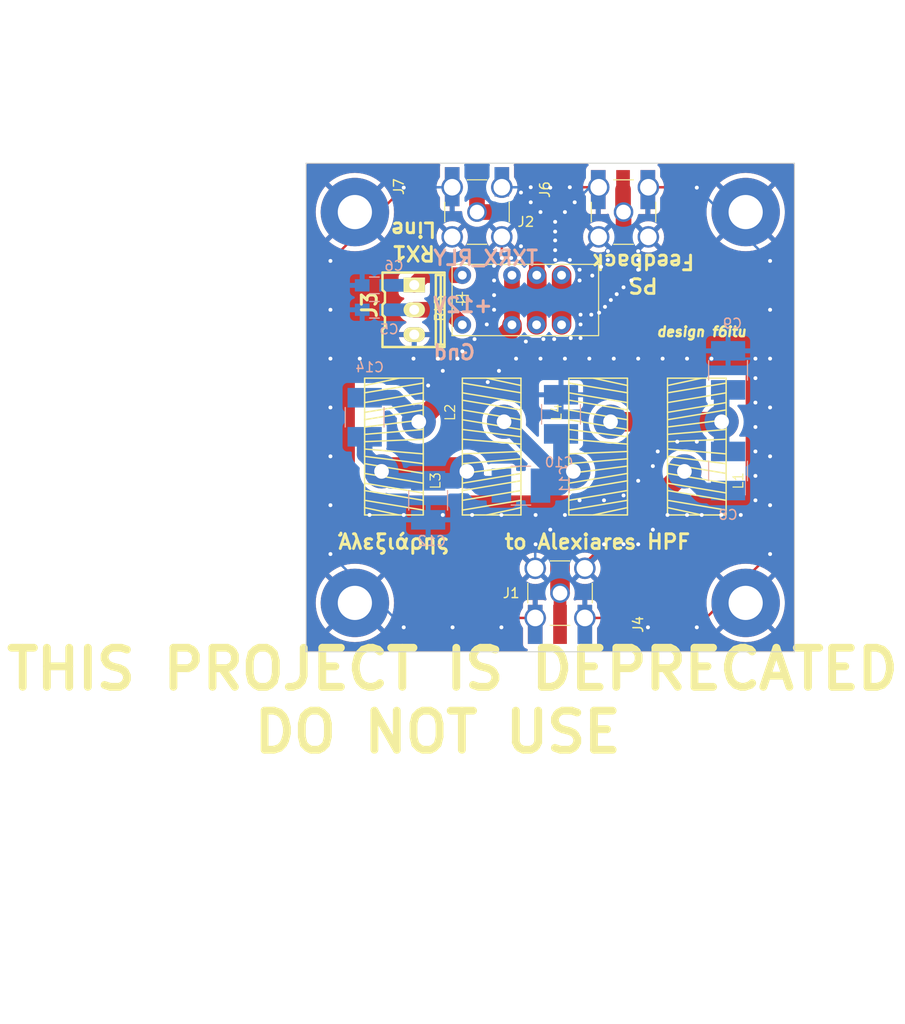
<source format=kicad_pcb>
(kicad_pcb (version 20221018) (generator pcbnew)
  (layers (0 "F.Cu" signal) (31 "B.Cu" signal) (34 "B.Paste" user) (35 "F.Paste" user) (36 "B.SilkS" user "B.Silkscreen") (37 "F.SilkS" user "F.Silkscreen") (38 "B.Mask" user) (39 "F.Mask" user) (44 "Edge.Cuts" user))
  (net 0 "")
  (net 1 "+12V")
  (net 2 "GND")
  (net 3 "TXRX_RLY")
  (net 4 "Net-(C8-Pad1)")
  (net 5 "Net-(C8-Pad2)")
  (net 6 "Net-(C10-Pad1)")
  (net 7 "Net-(C11-Pad1)")
  (net 8 "Net-(C14-Pad1)")
  (net 9 "Net-(J2-Pad1)")
  (net 10 "Net-(J5-Pad1)")
  (footprint "Connectors:SMA_THT_Jack_Straight" (layer "F.Cu") (at 116 79)
    (fp_text reference "J1" (at -5 0 180) (layer "F.SilkS"))
    (fp_text value "CONN_COAXIAL" hide)
    (pad "1" thru_hole circle (at 0 0) (size 2 2) (drill 1.5) (layers "*.Cu" "*.Mask") (net 5 "Net-(C8-Pad2)"))
    (pad "2" thru_hole circle (at -2.54 -2.54) (size 2.2 2.2) (drill 1.7) (layers "*.Cu" "*.Mask") (net 2 "GND"))
    (pad "2" thru_hole circle (at -2.54 2.54) (size 2.2 2.2) (drill 1.7) (layers "*.Cu" "*.Mask") (net 2 "GND"))
    (pad "2" thru_hole circle (at 2.54 -2.54) (size 2.2 2.2) (drill 1.7) (layers "*.Cu" "*.Mask") (net 2 "GND"))
    (pad "2" thru_hole circle (at 2.54 2.54) (size 2.2 2.2) (drill 1.7) (layers "*.Cu" "*.Mask") (net 2 "GND"))
  )
  (footprint "Connectors:SMA_THT_Jack_Straight" (layer "F.Cu") (at 107.5 40)
    (fp_text reference "J2" (at 5 1 180) (layer "F.SilkS"))
    (fp_text value "CONN_COAXIAL" hide)
    (pad "1" thru_hole circle (at 0 0) (size 2 2) (drill 1.5) (layers "*.Cu" "*.Mask") (net 9 "Net-(J2-Pad1)"))
    (pad "2" thru_hole circle (at -2.54 -2.54) (size 2.2 2.2) (drill 1.7) (layers "*.Cu" "*.Mask") (net 2 "GND"))
    (pad "2" thru_hole circle (at -2.54 2.54) (size 2.2 2.2) (drill 1.7) (layers "*.Cu" "*.Mask") (net 2 "GND"))
    (pad "2" thru_hole circle (at 2.54 -2.54) (size 2.2 2.2) (drill 1.7) (layers "*.Cu" "*.Mask") (net 2 "GND"))
    (pad "2" thru_hole circle (at 2.54 2.54) (size 2.2 2.2) (drill 1.7) (layers "*.Cu" "*.Mask") (net 2 "GND"))
  )
  (footprint "Connectors:SMA_THT_Jack_Straight" (layer "F.Cu") (at 122.5 40)
    (fp_text reference "J5" hide)
    (fp_text value "CONN_COAXIAL" hide)
    (pad "1" thru_hole circle (at 0 0) (size 2 2) (drill 1.5) (layers "*.Cu" "*.Mask") (net 10 "Net-(J5-Pad1)"))
    (pad "2" thru_hole circle (at -2.54 -2.54) (size 2.2 2.2) (drill 1.7) (layers "*.Cu" "*.Mask") (net 2 "GND"))
    (pad "2" thru_hole circle (at -2.54 2.54) (size 2.2 2.2) (drill 1.7) (layers "*.Cu" "*.Mask") (net 2 "GND"))
    (pad "2" thru_hole circle (at 2.54 -2.54) (size 2.2 2.2) (drill 1.7) (layers "*.Cu" "*.Mask") (net 2 "GND"))
    (pad "2" thru_hole circle (at 2.54 2.54) (size 2.2 2.2) (drill 1.7) (layers "*.Cu" "*.Mask") (net 2 "GND"))
  )
  (footprint "T50:T50_V_THT" (layer "F.Cu") (at 130 64 90)
    (fp_text reference "L1" (at -3.5 4.25 90) (layer "F.SilkS") (effects (font (thickness 0.125))))
    (fp_text value "97nH")
    (pad "1" thru_hole circle (at -2.54 -1.27 90) (size 3.5 3.5) (drill 1.5) (layers "*.Cu" "*.Mask") (net 5 "Net-(C8-Pad2)"))
    (pad "2" thru_hole circle (at 2.54 2.54 90) (size 3.5 3.5) (drill 1.5) (layers "*.Cu" "*.Mask") (net 4 "Net-(C8-Pad1)"))
  )
  (footprint "T50:T50_V_THT" (layer "F.Cu") (at 109 64 -90)
    (fp_text reference "L2" (at -3.5 4.25 270) (layer "F.SilkS") (effects (font (thickness 0.125))))
    (fp_text value "220nH")
    (pad "1" thru_hole circle (at -2.54 -1.27 270) (size 3.5 3.5) (drill 1.5) (layers "*.Cu" "*.Mask") (net 6 "Net-(C10-Pad1)"))
    (pad "2" thru_hole circle (at 2.54 2.54 270) (size 3.5 3.5) (drill 1.5) (layers "*.Cu" "*.Mask") (net 7 "Net-(C11-Pad1)"))
  )
  (footprint "T50:T50_V_THT" (layer "F.Cu") (at 99 64 90)
    (fp_text reference "L3" (at -3.5 4.25 90) (layer "F.SilkS") (effects (font (thickness 0.125))))
    (fp_text value "97nH")
    (pad "1" thru_hole circle (at -2.54 -1.27 90) (size 3.5 3.5) (drill 1.5) (layers "*.Cu" "*.Mask") (net 7 "Net-(C11-Pad1)"))
    (pad "2" thru_hole circle (at 2.54 2.54 90) (size 3.5 3.5) (drill 1.5) (layers "*.Cu" "*.Mask") (net 8 "Net-(C14-Pad1)"))
  )
  (footprint "T50:T50_V_THT" (layer "F.Cu") (at 119.9 64 -90)
    (fp_text reference "L4" (at -3.5 4.25 270) (layer "F.SilkS") (effects (font (thickness 0.125))))
    (fp_text value "260nH")
    (pad "1" thru_hole circle (at -2.54 -1.27 270) (size 3.5 3.5) (drill 1.5) (layers "*.Cu" "*.Mask") (net 4 "Net-(C8-Pad1)"))
    (pad "2" thru_hole circle (at 2.54 2.54 270) (size 3.5 3.5) (drill 1.5) (layers "*.Cu" "*.Mask") (net 6 "Net-(C10-Pad1)"))
  )
  (footprint "Mounting_Holes:MountingHole_3.5mm_Pad" (layer "F.Cu") (at 95 80)
    (fp_text reference "TP1" hide)
    (fp_text value "TEST" hide)
    (pad "1" thru_hole circle (at 0 0) (size 7 7) (drill 3.5) (layers "*.Cu" "*.Mask") (net 2 "GND"))
  )
  (footprint "Mounting_Holes:MountingHole_3.5mm_Pad" (layer "F.Cu") (at 95 40)
    (fp_text reference "TP2" hide)
    (fp_text value "TEST" hide)
    (pad "1" thru_hole circle (at 0 0) (size 7 7) (drill 3.5) (layers "*.Cu" "*.Mask") (net 2 "GND"))
  )
  (footprint "Mounting_Holes:MountingHole_3.5mm_Pad" (layer "F.Cu") (at 135 80)
    (fp_text reference "TP3" hide)
    (fp_text value "TEST" hide)
    (pad "1" thru_hole circle (at 0 0) (size 7 7) (drill 3.5) (layers "*.Cu" "*.Mask") (net 2 "GND"))
  )
  (footprint "Mounting_Holes:MountingHole_3.5mm_Pad" (layer "F.Cu") (at 135 40)
    (fp_text reference "TP4" hide)
    (fp_text value "TEST" hide)
    (pad "1" thru_hole circle (at 0 0) (size 7 7) (drill 3.5) (layers "*.Cu" "*.Mask") (net 2 "GND"))
  )
  (footprint "conn_kk100:kk100_22-23-2031" (layer "F.Cu") (at 101 50 -90)
    (fp_text reference "J3" (at -0.5 4.5 90) (layer "F.SilkS") (effects (font (size 1.524 1.524) (thickness 0.3048))))
    (fp_text value "Conn_01x03" hide)
    (pad "1" thru_hole rect (at -2.54 -0.0762 270) (size 1.524 2.1971) (drill 1.016) (layers "*.Cu" "*.Mask" "F.SilkS") (net 3 "TXRX_RLY"))
    (pad "2" thru_hole oval (at 0 -0.0762 270) (size 1.524 2.1971) (drill 1.016) (layers "*.Cu" "*.Mask" "F.SilkS") (net 1 "+12V"))
    (pad "3" thru_hole oval (at 2.54 -0.0762 270) (size 1.524 2.1971) (drill 1.016) (layers "*.Cu" "*.Mask" "F.SilkS") (net 2 "GND"))
  )
  (footprint "2_Form_C_Relay:Relay_DPDT_NEC_EC2" (layer "F.Cu") (at 106 49 90)
    (fp_text reference "RL3" (at -0.84 -2.3 90) (layer "F.SilkS"))
    (fp_text value "EC2-12 NU")
    (pad "1" thru_hole circle (at -2.54 0 90) (size 1.8 1.8) (drill 0.9) (layers "*.Cu" "*.Mask") (net 1 "+12V"))
    (pad "3" thru_hole circle (at -2.54 5.08 90) (size 1.8 1.8) (drill 0.9) (layers "*.Cu" "*.Mask") (net 8 "Net-(C14-Pad1)"))
    (pad "4" thru_hole circle (at -2.54 7.6 90) (size 1.8 1.8) (drill 0.9) (layers "*.Cu" "*.Mask") (net 9 "Net-(J2-Pad1)"))
    (pad "5" thru_hole circle (at -2.54 10.16 90) (size 1.8 1.8) (drill 0.9) (layers "*.Cu" "*.Mask") (net 10 "Net-(J5-Pad1)"))
    (pad "8" thru_hole circle (at 2.54 10.16 90) (size 1.8 1.8) (drill 0.9) (layers "*.Cu" "*.Mask") (net 10 "Net-(J5-Pad1)"))
    (pad "9" thru_hole circle (at 2.54 7.62 90) (size 1.8 1.8) (drill 0.9) (layers "*.Cu" "*.Mask") (net 9 "Net-(J2-Pad1)"))
    (pad "10" thru_hole circle (at 2.54 5.08 90) (size 1.8 1.8) (drill 0.9) (layers "*.Cu" "*.Mask") (net 8 "Net-(C14-Pad1)"))
    (pad "12" thru_hole circle (at 2.54 0 90) (size 1.8 1.8) (drill 0.9) (layers "*.Cu" "*.Mask") (net 3 "TXRX_RLY"))
  )
  (footprint "SMA_PINS:SMA_EDGE_NRW" (layer "F.Cu") (at 116 82.2 -90)
    (fp_text reference "J4" (at 0 -8 270) (layer "F.SilkS"))
    (fp_text value "CONN_COAXIAL" hide)
    (pad "1" smd rect (at 0 0 270) (size 4 1.4) (layers "F.Cu" "F.Paste" "F.Mask") (net 5 "Net-(C8-Pad2)"))
    (pad "2" smd rect (at 0 -2.54 270) (size 4 1.5) (layers "F.Cu" "F.Paste" "F.Mask") (net 2 "GND"))
    (pad "2" smd rect (at 0 -2.54 270) (size 4 1.5) (layers "B.Cu" "B.Paste" "B.Mask") (net 2 "GND"))
    (pad "2" smd rect (at 0 2.54 270) (size 4 1.5) (layers "F.Cu" "F.Paste" "F.Mask") (net 2 "GND"))
    (pad "2" smd rect (at 0 2.54 270) (size 4 1.5) (layers "B.Cu" "B.Paste" "B.Mask") (net 2 "GND"))
  )
  (footprint "SMA_PINS:SMA_EDGE_NRW" (layer "F.Cu") (at 122.45 37.7 90)
    (fp_text reference "J6" (at 0 -8 90) (layer "F.SilkS"))
    (fp_text value "CONN_COAXIAL" hide)
    (pad "1" smd rect (at 0 0 90) (size 4 1.4) (layers "F.Cu" "F.Paste" "F.Mask") (net 10 "Net-(J5-Pad1)"))
    (pad "2" smd rect (at 0 -2.54 90) (size 4 1.5) (layers "F.Cu" "F.Paste" "F.Mask") (net 2 "GND"))
    (pad "2" smd rect (at 0 -2.54 90) (size 4 1.5) (layers "B.Cu" "B.Paste" "B.Mask") (net 2 "GND"))
    (pad "2" smd rect (at 0 2.54 90) (size 4 1.5) (layers "F.Cu" "F.Paste" "F.Mask") (net 2 "GND"))
    (pad "2" smd rect (at 0 2.54 90) (size 4 1.5) (layers "B.Cu" "B.Paste" "B.Mask") (net 2 "GND"))
  )
  (footprint "SMA_PINS:SMA_EDGE_NRW" (layer "F.Cu") (at 107.5 37.4 90)
    (fp_text reference "J7" (at 0 -8 90) (layer "F.SilkS"))
    (fp_text value "CONN_COAXIAL" hide)
    (pad "1" smd rect (at 0 0 90) (size 4 1.4) (layers "F.Cu" "F.Paste" "F.Mask") (net 9 "Net-(J2-Pad1)"))
    (pad "2" smd rect (at 0 -2.54 90) (size 4 1.5) (layers "F.Cu" "F.Paste" "F.Mask") (net 2 "GND"))
    (pad "2" smd rect (at 0 -2.54 90) (size 4 1.5) (layers "B.Cu" "B.Paste" "B.Mask") (net 2 "GND"))
    (pad "2" smd rect (at 0.5 2.54 90) (size 3 1.5) (layers "F.Cu" "F.Paste" "F.Mask") (net 2 "GND"))
    (pad "2" smd rect (at 0.5 2.54 90) (size 3 1.5) (layers "B.Cu" "B.Paste" "B.Mask") (net 2 "GND"))
  )
  (footprint "Capacitors_SMD:C_0805_HandSoldering" (layer "B.Cu") (at 97 50 180)
    (fp_text reference "C5" (at -1.5 -2 180) (layer "B.SilkS") (effects (justify mirror)))
    (fp_text value "10n")
    (pad "1" smd rect (at -1.25 0 180) (size 1.5 1.25) (layers "B.Cu" "B.Paste" "B.Mask") (net 1 "+12V"))
    (pad "2" smd rect (at 1.25 0 180) (size 1.5 1.25) (layers "B.Cu" "B.Paste" "B.Mask") (net 2 "GND"))
  )
  (footprint "Capacitors_SMD:C_0805_HandSoldering" (layer "B.Cu") (at 97 47.5)
    (fp_text reference "C6" (at 2 -2) (layer "B.SilkS") (effects (justify mirror)))
    (fp_text value "10n")
    (pad "1" smd rect (at -1.25 0) (size 1.5 1.25) (layers "B.Cu" "B.Paste" "B.Mask") (net 2 "GND"))
    (pad "2" smd rect (at 1.25 0) (size 1.5 1.25) (layers "B.Cu" "B.Paste" "B.Mask") (net 3 "TXRX_RLY"))
  )
  (footprint "ATC_B:ATC_500_HandSoldering" (layer "B.Cu") (at 133.2 66.5 -90)
    (fp_text reference "C8" (at 4.485 0) (layer "B.SilkS") (effects (justify mirror)))
    (fp_text value "33p")
    (pad "1" smd rect (at -2 0 270) (size 2 3.5) (layers "B.Cu" "B.Paste" "B.Mask") (net 4 "Net-(C8-Pad1)"))
    (pad "2" smd rect (at 2 0 270) (size 2 3.5) (layers "B.Cu" "B.Paste" "B.Mask") (net 5 "Net-(C8-Pad2)"))
  )
  (footprint "ATC_B:ATC_500_HandSoldering" (layer "B.Cu") (at 133.2 56.2 90)
    (fp_text reference "C9" (at 4.795 0.445 180) (layer "B.SilkS") (effects (justify mirror)))
    (fp_text value "91p")
    (pad "1" smd rect (at -2 0 90) (size 2 3.5) (layers "B.Cu" "B.Paste" "B.Mask") (net 4 "Net-(C8-Pad1)"))
    (pad "2" smd rect (at 2 0 90) (size 2 3.5) (layers "B.Cu" "B.Paste" "B.Mask") (net 2 "GND"))
  )
  (footprint "ATC_B:ATC_500_HandSoldering" (layer "B.Cu") (at 116.1 60.7 90)
    (fp_text reference "C10" (at -4.905 -0.2 180) (layer "B.SilkS") (effects (justify mirror)))
    (fp_text value "97p")
    (pad "1" smd rect (at -2 0 90) (size 2 3.5) (layers "B.Cu" "B.Paste" "B.Mask") (net 6 "Net-(C10-Pad1)"))
    (pad "2" smd rect (at 2 0 90) (size 2 3.5) (layers "B.Cu" "B.Paste" "B.Mask") (net 2 "GND"))
  )
  (footprint "ATC_B:ATC_500_HandSoldering" (layer "B.Cu") (at 112 68)
    (fp_text reference "C11" (at 4.485 -0.59 90) (layer "B.SilkS") (effects (justify mirror)))
    (fp_text value "10p")
    (pad "1" smd rect (at -2 0) (size 2 3.5) (layers "B.Cu" "B.Paste" "B.Mask") (net 7 "Net-(C11-Pad1)"))
    (pad "2" smd rect (at 2 0) (size 2 3.5) (layers "B.Cu" "B.Paste" "B.Mask") (net 6 "Net-(C10-Pad1)"))
  )
  (footprint "ATC_B:ATC_500_HandSoldering" (layer "B.Cu") (at 102.5 69.5 -90)
    (fp_text reference "C12" (at 4.16 -0.37) (layer "B.SilkS") (effects (justify mirror)))
    (fp_text value "82p")
    (pad "1" smd rect (at -2 0 270) (size 2 3.5) (layers "B.Cu" "B.Paste" "B.Mask") (net 7 "Net-(C11-Pad1)"))
    (pad "2" smd rect (at 2 0 270) (size 2 3.5) (layers "B.Cu" "B.Paste" "B.Mask") (net 2 "GND"))
  )
  (footprint "ATC_B:ATC_500_HandSoldering" (layer "B.Cu") (at 96 61 -90)
    (fp_text reference "C14" (at -5.12 -0.52) (layer "B.SilkS") (effects (justify mirror)))
    (fp_text value "33p")
    (pad "1" smd rect (at -2 0 270) (size 2 3.5) (layers "B.Cu" "B.Paste" "B.Mask") (net 8 "Net-(C14-Pad1)"))
    (pad "2" smd rect (at 2 0 270) (size 2 3.5) (layers "B.Cu" "B.Paste" "B.Mask") (net 7 "Net-(C11-Pad1)"))
  )
  (gr_line (start 90 85) (end 140 85) (stroke (width 0.1)) (layer "Edge.Cuts"))
  (gr_line (start 140 35) (end 90 35) (stroke (width 0.1)) (layer "Edge.Cuts"))
  (gr_line (start 140 85) (end 140 35) (stroke (width 0.1)) (layer "Edge.Cuts"))
  (gr_line (start 90 35) (end 90 85) (stroke (width 0.1)) (layer "Edge.Cuts"))
  (gr_text "TXRX_RLY\n\n+12V\n\nGnd" (at 102.87 49.53) (layer "B.SilkS") (effects (font (size 1.5 1.5) (thickness 0.3)) (justify right mirror)))
  (gr_text "THIS PROJECT IS DEPRECATED\nDO NOT USE " (at 105 90) (layer "F.SilkS") (effects (font (size 4 4) (thickness 0.8))))
  (gr_text "RX1\nLine" (at 101 43 180) (layer "F.SilkS") (effects (font (size 1.5 1.5) (thickness 0.3))))
  (gr_text "design f6itu" (at 130.5 52.25) (layer "F.SilkS") (effects (font (size 1 1) (thickness 0.25) italic)))
  (gr_text "Ἀλεξιάρης     to Alexiares HPF" (at 111.25 73.75) (layer "F.SilkS") (effects (font (size 1.5 1.5) (thickness 0.3))))
  (gr_text "\nPS\nFeedback" (at 124.5 47.5 180) (layer "F.SilkS") (effects (font (size 1.5 1.5) (thickness 0.3))))
  (segment (start 104.46 50) (end 106 51.54) (width 1.6) (layer "F.Cu") (net 1))
  (segment (start 101.0762 50) (end 104.46 50) (width 1.6) (layer "F.Cu") (net 1))
  (segment (start 98.25 50) (end 101.0762 50) (width 1.3) (layer "B.Cu") (net 1))
  (segment (start 110.96 81.54) (end 110 82.5) (width 0.25) (layer "F.Cu") (net 2))
  (segment (start 105 82.5) (end 100 82.5) (width 0.25) (layer "F.Cu") (net 2))
  (segment (start 92.5 75) (end 92.5 70) (width 0.25) (layer "F.Cu") (net 2))
  (segment (start 92.5 65) (end 92.5 60) (width 0.25) (layer "F.Cu") (net 2))
  (segment (start 92.5 55) (end 92.5 50) (width 0.25) (layer "F.Cu") (net 2))
  (segment (start 92.5 45) (end 95 42.5) (width 0.25) (layer "F.Cu") (net 2))
  (segment (start 95 42.5) (end 95 40) (width 0.25) (layer "F.Cu") (net 2))
  (segment (start 97.5 40) (end 100 37.5) (width 0.25) (layer "F.Cu") (net 2))
  (segment (start 115 37.5) (end 115.04 37.46) (width 0.25) (layer "F.Cu") (net 2))
  (segment (start 129.96 37.46) (end 130 37.5) (width 0.25) (layer "F.Cu") (net 2))
  (segment (start 137.5 45) (end 137.5 50) (width 0.25) (layer "F.Cu") (net 2))
  (segment (start 137.5 55) (end 137.5 60) (width 0.25) (layer "F.Cu") (net 2))
  (segment (start 137.5 65) (end 137.5 70) (width 0.25) (layer "F.Cu") (net 2))
  (segment (start 137.5 75) (end 135 77.5) (width 0.25) (layer "F.Cu") (net 2))
  (segment (start 135 77.5) (end 135 80) (width 0.25) (layer "F.Cu") (net 2))
  (segment (start 132.5 80) (end 130 82.5) (width 0.25) (layer "F.Cu") (net 2))
  (segment (start 125 82.5) (end 124.04 81.54) (width 0.25) (layer "F.Cu") (net 2))
  (segment (start 124.04 81.54) (end 118.54 81.54) (width 0.25) (layer "F.Cu") (net 2))
  (segment (start 136 67) (end 136 64.5) (width 0.25) (layer "F.Cu") (net 2))
  (segment (start 136 62) (end 136 59.5) (width 0.25) (layer "F.Cu") (net 2))
  (segment (start 131.5 55) (end 129 55) (width 0.25) (layer "F.Cu") (net 2))
  (segment (start 126.5 55) (end 124 55) (width 0.25) (layer "F.Cu") (net 2))
  (segment (start 121.5 55) (end 119 55) (width 0.25) (layer "F.Cu") (net 2))
  (segment (start 116.5 55) (end 114 55) (width 0.25) (layer "F.Cu") (net 2))
  (segment (start 101 55) (end 103.5 55) (width 0.25) (layer "F.Cu") (net 2))
  (segment (start 116.5 40) (end 117.5 39) (width 0.25) (layer "F.Cu") (net 2))
  (segment (start 110.04 44.71) (end 109.25 45.5) (width 0.25) (layer "F.Cu") (net 2))
  (segment (start 109.25 48.5) (end 109.25 50) (width 0.25) (layer "F.Cu") (net 2))
  (segment (start 108.5 51.5) (end 107.25 52.75) (width 0.25) (layer "F.Cu") (net 2))
  (segment (start 107.25 52.75) (end 107.25 53) (width 0.25) (layer "F.Cu") (net 2))
  (segment (start 106 54.25) (end 104 56.25) (width 0.25) (layer "F.Cu") (net 2))
  (segment (start 112.5 53.25) (end 111.5 54.25) (width 0.25) (layer "F.Cu") (net 2))
  (segment (start 113.5 74) (end 115 72.5) (width 0.25) (layer "F.Cu") (net 2))
  (segment (start 116.5 71) (end 118 69.5) (width 0.25) (layer "F.Cu") (net 2))
  (segment (start 120.5 69.5) (end 121 69) (width 0.25) (layer "F.Cu") (net 2))
  (segment (start 121 69) (end 122.5 69) (width 0.25) (layer "F.Cu") (net 2))
  (segment (start 124 67.5) (end 125.5 66) (width 0.25) (layer "F.Cu") (net 2))
  (segment (start 126 64.5) (end 127 63.5) (width 0.25) (layer "F.Cu") (net 2))
  (segment (start 127 63.5) (end 128 63.5) (width 0.25) (layer "F.Cu") (net 2))
  (segment (start 118.54 75.96) (end 120.5 74) (width 0.25) (layer "F.Cu") (net 2))
  (segment (start 122.5 74) (end 124 74) (width 0.25) (layer "F.Cu") (net 2))
  (segment (start 125.5 72.5) (end 127 71) (width 0.25) (layer "F.Cu") (net 2))
  (segment (start 113.5 71) (end 110 71) (width 0.25) (layer "F.Cu") (net 2))
  (segment (start 107 71) (end 104 71) (width 0.25) (layer "F.Cu") (net 2))
  (segment (start 100 71) (end 96.5 71) (width 0.25) (layer "F.Cu") (net 2))
  (segment (start 114 40) (end 113 39) (width 0.25) (layer "F.Cu") (net 2))
  (segment (start 124 45.9) (end 124 46.3) (width 0.25) (layer "F.Cu") (net 2))
  (segment (start 132.500024 70.999976) (end 132.5 71) (width 0.25) (layer "F.Cu") (net 2))
  (segment (start 113 39) (end 112 38) (width 0.25) (layer "F.Cu") (net 2))
  (segment (start 111.5 55) (end 111.5 54.25) (width 0.25) (layer "F.Cu") (net 2))
  (segment (start 110.04 42.54) (end 110.04 44.71) (width 0.25) (layer "F.Cu") (net 2))
  (segment (start 110.99 44.71) (end 111 44.7) (width 0.25) (layer "F.Cu") (net 2))
  (segment (start 136 57) (end 136 55.000008) (width 0.25) (layer "F.Cu") (net 2))
  (segment (start 117 37.46) (end 119.96 37.46) (width 0.25) (layer "F.Cu") (net 2))
  (segment (start 124 46.3) (end 123.3 47) (width 0.25) (layer "F.Cu") (net 2))
  (segment (start 113.46 81.54) (end 110.96 81.54) (width 0.25) (layer "F.Cu") (net 2))
  (segment (start 120 50.3) (end 119.4 50.3) (width 0.25) (layer "F.Cu") (net 2))
  (segment (start 95 40) (end 97.5 40) (width 0.25) (layer "F.Cu") (net 2))
  (segment (start 120.6 49.6) (end 120.6 49.7) (width 0.25) (layer "F.Cu") (net 2))
  (segment (start 110.04 44.71) (end 110.99 44.71) (width 0.25) (layer "F.Cu") (net 2))
  (segment (start 118.54 76.46) (end 118.54 75.96) (width 0.25) (layer "F.Cu") (net 2))
  (segment (start 130.5 71) (end 129 71) (width 0.25) (layer "F.Cu") (net 2))
  (segment (start 122.5 47.7) (end 121.8 48.4) (width 0.25) (layer "F.Cu") (net 2))
  (segment (start 120.9 44.9) (end 120.9 44.475736) (width 0.25) (layer "F.Cu") (net 2))
  (segment (start 118.1 52.9) (end 117.1 52.9) (width 0.25) (layer "F.Cu") (net 2))
  (segment (start 115.5 42.9) (end 115.5 43.9) (width 0.25) (layer "F.Cu") (net 2))
  (segment (start 136 55.000008) (end 136.000008 55) (width 0.25) (layer "F.Cu") (net 2))
  (segment (start 120.9 44.475736) (end 120.9 44) (width 0.25) (layer "F.Cu") (net 2))
  (segment (start 118.1 50.5) (end 118.1 51.5) (width 0.25) (layer "F.Cu") (net 2))
  (segment (start 119.3 46.5) (end 120.2 45.6) (width 0.25) (layer "F.Cu") (net 2))
  (segment (start 125.04 37.46) (end 129.96 37.46) (width 0.25) (layer "F.Cu") (net 2))
  (segment (start 118 45.9) (end 118 47) (width 0.25) (layer "F.Cu") (net 2))
  (segment (start 134.5 70.999976) (end 132.500024 70.999976) (width 0.25) (layer "F.Cu") (net 2))
  (segment (start 124 44) (end 124 44.9) (width 0.25) (layer "F.Cu") (net 2))
  (segment (start 121.2 49) (end 120.6 49.6) (width 0.25) (layer "F.Cu") (net 2))
  (segment (start 115.04 37.46) (end 117 37.46) (width 0.25) (layer "F.Cu") (net 2))
  (segment (start 134.500024 70.999976) (end 134.5 70.999976) (width 0.25) (layer "F.Cu") (net 2))
  (segment (start 92.5 55) (end 95.5 55) (width 0.25) (layer "F.Cu") (net 2))
  (segment (start 115.5 41) (end 115.5 42) (width 0.25) (layer "F.Cu") (net 2))
  (segment (start 136 69.5) (end 134.500024 70.999976) (width 0.25) (layer "F.Cu") (net 2))
  (segment (start 119.4 50.3) (end 119.2 50.5) (width 0.25) (layer "F.Cu") (net 2))
  (segment (start 135 80) (end 132.5 80) (width 0.25) (layer "F.Cu") (net 2))
  (segment (start 134.499976 71) (end 132.5 71) (width 0.25) (layer "F.Cu") (net 2))
  (segment (start 115.4 53) (end 114.3 53) (width 0.25) (layer "F.Cu") (net 2))
  (segment (start 115.5 44.9) (end 117 44.9) (width 0.25) (layer "F.Cu") (net 2))
  (via (at 123.3 47) (size 0.6) (drill 0.4) (layers "F.Cu" "B.Cu") (net 2))
  (via (at 110.04 44.71) (size 0.6) (drill 0.4) (layers "F.Cu" "B.Cu") (net 2))
  (via (at 109.25 45.5) (size 0.6) (drill 0.4) (layers "F.Cu" "B.Cu") (net 2))
  (via (at 118.1 52.9) (size 0.6) (drill 0.4) (layers "F.Cu" "B.Cu") (net 2))
  (via (at 106 54.25) (size 0.6) (drill 0.4) (layers "F.Cu" "B.Cu") (net 2))
  (via (at 121.8 48.4) (size 0.6) (drill 0.4) (layers "F.Cu" "B.Cu") (net 2))
  (via (at 92.5 60) (size 0.6) (drill 0.4) (layers "F.Cu" "B.Cu") (net 2))
  (via (at 127 71) (size 0.6) (drill 0.4) (layers "F.Cu" "B.Cu") (net 2))
  (via (at 115 72.5) (size 0.6) (drill 0.4) (layers "F.Cu" "B.Cu") (net 2))
  (via (at 113.5 74) (size 0.6) (drill 0.4) (layers "F.Cu" "B.Cu") (net 2))
  (via (at 121.2 49) (size 0.6) (drill 0.4) (layers "F.Cu" "B.Cu") (net 2))
  (via (at 111 44.7) (size 0.6) (drill 0.4) (layers "F.Cu" "B.Cu") (net 2))
  (via (at 124 55) (size 0.6) (drill 0.4) (layers "F.Cu" "B.Cu") (net 2))
  (via (at 136 59.5) (size 0.6) (drill 0.4) (layers "F.Cu" "B.Cu") (net 2))
  (via (at 92.5 70) (size 0.6) (drill 0.4) (layers "F.Cu" "B.Cu") (net 2))
  (via (at 136 67) (size 0.6) (drill 0.4) (layers "F.Cu" "B.Cu") (net 2))
  (via (at 105.5 55) (size 0.6) (drill 0.4) (layers "F.Cu" "B.Cu") (net 2))
  (via (at 100 37.5) (size 0.6) (drill 0.4) (layers "F.Cu" "B.Cu") (net 2))
  (via (at 118.1 50.5) (size 0.6) (drill 0.4) (layers "F.Cu" "B.Cu") (net 2))
  (via (at 111.5 55) (size 0.6) (drill 0.4) (layers "F.Cu" "B.Cu") (net 2))
  (via (at 137.5 60) (size 0.6) (drill 0.4) (layers "F.Cu" "B.Cu") (net 2))
  (via (at 122.5 74) (size 0.6) (drill 0.4) (layers "F.Cu" "B.Cu") (net 2))
  (via (at 136 62) (size 0.6) (drill 0.4) (layers "F.Cu" "B.Cu") (net 2))
  (via (at 105 82.5) (size 0.6) (drill 0.4) (layers "F.Cu" "B.Cu") (net 2))
  (via (at 116.5 40) (size 0.6) (drill 0.4) (layers "F.Cu" "B.Cu") (net 2))
  (via (at 118 47) (size 0.6) (drill 0.4) (layers "F.Cu" "B.Cu") (net 2))
  (via (at 120.6 49.7) (size 0.6) (drill 0.4) (layers "F.Cu" "B.Cu") (net 2))
  (via (at 92.5 45) (size 0.6) (drill 0.4) (layers "F.Cu" "B.Cu") (net 2))
  (via (at 113 37.46) (size 0.6) (drill 0.4) (layers "F.Cu" "B.Cu") (net 2))
  (via (at 113 39) (size 0.6) (drill 0.4) (layers "F.Cu" "B.Cu") (net 2))
  (via (at 137.5 70) (size 0.6) (drill 0.4) (layers "F.Cu" "B.Cu") (net 2))
  (via (at 118.1 51.5) (size 0.6) (drill 0.4) (layers "F.Cu" "B.Cu") (net 2))
  (via (at 136 64.5) (size 0.6) (drill 0.4) (layers "F.Cu" "B.Cu") (net 2))
  (via (at 124 67.5) (size 0.6) (drill 0.4) (layers "F.Cu" "B.Cu") (net 2))
  (via (at 109.25 47) (size 0.6) (drill 0.4) (layers "F.Cu" "B.Cu") (net 2))
  (via (at 119.3 46.5) (size 0.6) (drill 0.4) (layers "F.Cu" "B.Cu") (net 2))
  (via (at 102.5 57.75) (size 0.6) (drill 0.4) (layers "F.Cu" "B.Cu") (net 2))
  (via (at 136 69.5) (size 0.6) (drill 0.4) (layers "F.Cu" "B.Cu") (net 2))
  (via (at 109.25 50) (size 0.6) (drill 0.4) (layers "F.Cu" "B.Cu") (net 2))
  (via (at 116.5 71) (size 0.6) (drill 0.4) (layers "F.Cu" "B.Cu") (net 2))
  (via (at 120.5 74) (size 0.6) (drill 0.4) (layers "F.Cu" "B.Cu") (net 2))
  (via (at 114.3 53) (size 0.6) (drill 0.4) (layers "F.Cu" "B.Cu") (net 2))
  (via (at 92.5 75) (size 0.6) (drill 0.4) (layers "F.Cu" "B.Cu") (net 2))
  (via (at 117.1 52.9) (size 0.6) (drill 0.4) (layers "F.Cu" "B.Cu") (net 2))
  (via (at 117 37.46) (size 0.6) (drill 0.4) (layers "F.Cu" "B.Cu") (net 2))
  (via (at 128 63.5) (size 0.6) (drill 0.4) (layers "F.Cu" "B.Cu") (net 2))
  (via (at 120.9 44.9) (size 0.6) (drill 0.4) (layers "F.Cu" "B.Cu") (net 2))
  (via (at 130 37.5) (size 0.6) (drill 0.4) (layers "F.Cu" "B.Cu") (net 2))
  (via (at 114 55) (size 0.6) (drill 0.4) (layers "F.Cu" "B.Cu") (net 2))
  (via (at 115.4 53) (size 0.6) (drill 0.4) (layers "F.Cu" "B.Cu") (net 2))
  (via (at 124 44) (size 0.6) (drill 0.4) (layers "F.Cu" "B.Cu") (net 2))
  (via (at 130.5 71) (size 0.6) (drill 0.4) (layers "F.Cu" "B.Cu") (net 2))
  (via (at 107 71) (size 0.6) (drill 0.4) (layers "F.Cu" "B.Cu") (net 2))
  (via (at 118 45.9) (size 0.6) (drill 0.4) (layers "F.Cu" "B.Cu") (net 2))
  (via (at 120.2 45.6) (size 0.6) (drill 0.4) (layers "F.Cu" "B.Cu") (net 2))
  (via (at 136.000008 55) (size 0.6) (drill 0.4) (layers "F.Cu" "B.Cu") (net 2))
  (via (at 113.5 71) (size 0.6) (drill 0.4) (layers "F.Cu" "B.Cu") (net 2))
  (via (at 119.2 50.5) (size 0.6) (drill 0.4) (layers "F.Cu" "B.Cu") (net 2))
  (via (at 129 55) (size 0.6) (drill 0.4) (layers "F.Cu" "B.Cu") (net 2))
  (via (at 126.5 55) (size 0.6) (drill 0.4) (layers "F.Cu" "B.Cu") (net 2))
  (via (at 108.5 51.5) (size 0.6) (drill 0.4) (layers "F.Cu" "B.Cu") (net 2))
  (via (at 132.5 71) (size 0.6) (drill 0.4) (layers "F.Cu" "B.Cu") (net 2))
  (via (at 125.5 66) (size 0.6) (drill 0.4) (layers "F.Cu" "B.Cu") (net 2))
  (via (at 130 63.5) (size 0.6) (drill 0.4) (layers "F.Cu" "B.Cu") (net 2))
  (via (at 96.5 71) (size 0.6) (drill 0.4) (layers "F.Cu" "B.Cu") (net 2))
  (via (at 120 50.3) (size 0.6) (drill 0.4) (layers "F.Cu" "B.Cu") (net 2))
  (via (at 112.5 53.25) (size 0.6) (drill 0.4) (layers "F.Cu" "B.Cu") (net 2))
  (via (at 92.5 50) (size 0.6) (drill 0.4) (layers "F.Cu" "B.Cu") (net 2))
  (via (at 107.25 53) (size 0.6) (drill 0.4) (layers "F.Cu" "B.Cu") (net 2))
  (via (at 92.5 65) (size 0.6) (drill 0.4) (layers "F.Cu" "B.Cu") (net 2))
  (via (at 104 56.25) (size 0.6) (drill 0.4) (layers "F.Cu" "B.Cu") (net 2))
  (via (at 117.5 39) (size 0.6) (drill 0.4) (layers "F.Cu" "B.Cu") (net 2))
  (via (at 122.5 47.7) (size 0.6) (drill 0.4) (layers "F.Cu" "B.Cu") (net 2))
  (via (at 125.5 72.5) (size 0.6) (drill 0.4) (layers "F.Cu" "B.Cu") (net 2))
  (via (at 115 37.5) (size 0.6) (drill 0.4) (layers "F.Cu" "B.Cu") (net 2))
  (via (at 131.5 55) (size 0.6) (drill 0.4) (layers "F.Cu" "B.Cu") (net 2))
  (via (at 136 57) (size 0.6) (drill 0.4) (layers "F.Cu" "B.Cu") (net 2))
  (via (at 137.5 55) (size 0.6) (drill 0.4) (layers "F.Cu" "B.Cu") (net 2))
  (via (at 115.5 41) (size 0.6) (drill 0.4) (layers "F.Cu" "B.Cu") (net 2))
  (via (at 115.5 43.9) (size 0.6) (drill 0.4) (layers "F.Cu" "B.Cu") (net 2))
  (via (at 92.5 55) (size 0.6) (drill 0.4) (layers "F.Cu" "B.Cu") (net 2))
  (via (at 137.5 75) (size 0.6) (drill 0.4) (layers "F.Cu" "B.Cu") (net 2))
  (via (at 114 40) (size 0.6) (drill 0.4) (layers "F.Cu" "B.Cu") (net 2))
  (via (at 124 45.9) (size 0.6) (drill 0.4) (layers "F.Cu" "B.Cu") (net 2))
  (via (at 137.5 45) (size 0.6) (drill 0.4) (layers "F.Cu" "B.Cu") (net 2))
  (via (at 120.5 69.5) (size 0.6) (drill 0.4) (layers "F.Cu" "B.Cu") (net 2))
  (via (at 115.5 42) (size 0.6) (drill 0.4) (layers "F.Cu" "B.Cu") (net 2))
  (via (at 108.6 57.4) (size 0.6) (drill 0.4) (layers "F.Cu" "B.Cu") (net 2))
  (via (at 116.5 55) (size 0.6) (drill 0.4) (layers "F.Cu" "B.Cu") (net 2))
  (via (at 100 71) (size 0.6) (drill 0.4) (layers "F.Cu" "B.Cu") (net 2))
  (via (at 137.5 50) (size 0.6) (drill 0.4) (layers "F.Cu" "B.Cu") (net 2))
  (via (at 110 71) (size 0.6) (drill 0.4) (layers "F.Cu" "B.Cu") (net 2))
  (via (at 137.5 65) (size 0.6) (drill 0.4) (layers "F.Cu" "B.Cu") (net 2))
  (via (at 120.9 44) (size 0.6) (drill 0.4) (layers "F.Cu" "B.Cu") (net 2))
  (via (at 115.5 44.9) (size 0.6) (drill 0.4) (layers "F.Cu" "B.Cu") (net 2))
  (via (at 104 71) (size 0.6) (drill 0.4) (layers "F.Cu" "B.Cu") (net 2))
  (via (at 111.8 44.7) (size 0.6) (drill 0.4) (layers "F.Cu" "B.Cu") (net 2))
  (via (at 121.5 55) (size 0.6) (drill 0.4) (layers "F.Cu" "B.Cu") (net 2))
  (via (at 125 82.5) (size 0.6) (drill 0.4) (layers "F.Cu" "B.Cu") (net 2))
  (via (at 134.5 70.999976) (size 0.6) (drill 0.4) (layers "F.Cu" "B.Cu") (net 2))
  (via (at 126 64.5) (size 0.6) (drill 0.4) (layers "F.Cu" "B.Cu") (net 2))
  (via (at 129 71) (size 0.6) (drill 0.4) (layers "F.Cu" "B.Cu") (net 2))
  (via (at 119 55) (size 0.6) (drill 0.4) (layers "F.Cu" "B.Cu") (net 2))
  (via (at 117 44.9) (size 0.6) (drill 0.4) (layers "F.Cu" "B.Cu") (net 2))
  (via (at 115.5 42.9) (size 0.6) (drill 0.4) (layers "F.Cu" "B.Cu") (net 2))
  (via (at 100 82.5) (size 0.6) (drill 0.4) (layers "F.Cu" "B.Cu") (net 2))
  (via (at 112 43.5) (size 0.6) (drill 0.4) (layers "F.Cu" "B.Cu") (net 2))
  (via (at 130 82.5) (size 0.6) (drill 0.4) (layers "F.Cu" "B.Cu") (net 2))
  (via (at 124 44.9) (size 0.6) (drill 0.4) (layers "F.Cu" "B.Cu") (net 2))
  (via (at 124 74) (size 0.6) (drill 0.4) (layers "F.Cu" "B.Cu") (net 2))
  (via (at 103.5 55) (size 0.6) (drill 0.4) (layers "F.Cu" "B.Cu") (net 2))
  (via (at 112 38) (size 0.6) (drill 0.4) (layers "F.Cu" "B.Cu") (net 2))
  (via (at 95.5 55) (size 0.6) (drill 0.4) (layers "F.Cu" "B.Cu") (net 2))
  (via (at 109.75 56.25) (size 0.6) (drill 0.4) (layers "F.Cu" "B.Cu") (net 2))
  (via (at 118 69.5) (size 0.6) (drill 0.4) (layers "F.Cu" "B.Cu") (net 2))
  (via (at 110 82.5) (size 0.6) (drill 0.4) (layers "F.Cu" "B.Cu") (net 2))
  (via (at 101 55) (size 0.6) (drill 0.4) (layers "F.Cu" "B.Cu") (net 2))
  (via (at 109.25 48.5) (size 0.6) (drill 0.4) (layers "F.Cu" "B.Cu") (net 2))
  (via (at 122.5 69) (size 0.6) (drill 0.4) (layers "F.Cu" "B.Cu") (net 2))
  (segment (start 110 82.5) (end 105 82.5) (width 0.25) (layer "B.Cu") (net 2))
  (segment (start 100 82.5) (end 97.5 80) (width 0.25) (layer "B.Cu") (net 2))
  (segment (start 97.5 80) (end 95 80) (width 0.25) (layer "B.Cu") (net 2))
  (segment (start 95 77.5) (end 92.5 75) (width 0.25) (layer "B.Cu") (net 2))
  (segment (start 92.5 70) (end 92.5 65) (width 0.25) (layer "B.Cu") (net 2))
  (segment (start 92.5 60) (end 92.5 55) (width 0.25) (layer "B.Cu") (net 2))
  (segment (start 92.5 50) (end 92.5 45) (width 0.25) (layer "B.Cu") (net 2))
  (segment (start 100 37.5) (end 100.04 37.46) (width 0.25) (layer "B.Cu") (net 2))
  (segment (start 100.04 37.46) (end 104.96 37.46) (width 0.25) (layer "B.Cu") (net 2))
  (segment (start 114.96 37.46) (end 115 37.5) (width 0.25) (layer "B.Cu") (net 2))
  (segment (start 130 37.5) (end 132.5 40) (width 0.25) (layer "B.Cu") (net 2))
  (segment (start 132.5 40) (end 135 40) (width 0.25) (layer "B.Cu") (net 2))
  (segment (start 135 42.5) (end 137.5 45) (width 0.25) (layer "B.Cu") (net 2))
  (segment (start 137.5 50) (end 137.5 55) (width 0.25) (layer "B.Cu") (net 2))
  (segment (start 137.5 60) (end 137.5 65) (width 0.25) (layer "B.Cu") (net 2))
  (segment (start 137.5 70) (end 137.5 75) (width 0.25) (layer "B.Cu") (net 2))
  (segment (start 130 82.5) (end 125 82.5) (width 0.25) (layer "B.Cu") (net 2))
  (segment (start 136 64.5) (end 136 62) (width 0.25) (layer "B.Cu") (net 2))
  (segment (start 136 59.5) (end 136 57) (width 0.25) (layer "B.Cu") (net 2))
  (segment (start 129 55) (end 126.5 55) (width 0.25) (layer "B.Cu") (net 2))
  (segment (start 124 55) (end 121.5 55) (width 0.25) (layer "B.Cu") (net 2))
  (segment (start 116.5 55) (end 119 55) (width 0.25) (layer "B.Cu") (net 2))
  (segment (start 114 55) (end 111.5 55) (width 0.25) (layer "B.Cu") (net 2))
  (segment (start 95.5 55) (end 95.96 54.54) (width 0.25) (layer "B.Cu") (net 2))
  (segment (start 95.96 54.54) (end 99.0762 54.54) (width 0.25) (layer "B.Cu") (net 2))
  (segment (start 100.54 54.54) (end 101 55) (width 0.25) (layer "B.Cu") (net 2))
  (segment (start 103.5 55) (end 105.5 55) (width 0.25) (layer "B.Cu") (net 2))
  (segment (start 115.5 41) (end 116.5 40) (width 0.25) (layer "B.Cu") (net 2))
  (segment (start 117.5 39) (end 119.04 37.46) (width 0.25) (layer "B.Cu") (net 2))
  (segment (start 119.04 37.46) (end 119.96 37.46) (width 0.25) (layer "B.Cu") (net 2))
  (segment (start 109.25 45.5) (end 109.25 47) (width 0.25) (layer "B.Cu") (net 2))
  (segment (start 109.25 47) (end 109.25 48.5) (width 0.25) (layer "B.Cu") (net 2))
  (segment (start 109.25 50) (end 108.5 50.75) (width 0.25) (layer "B.Cu") (net 2))
  (segment (start 108.5 50.75) (end 108.5 51.5) (width 0.25) (layer "B.Cu") (net 2))
  (segment (start 107.25 53) (end 106 54.25) (width 0.25) (layer "B.Cu") (net 2))
  (segment (start 104 56.25) (end 102.5 57.75) (width 0.25) (layer "B.Cu") (net 2))
  (segment (start 109.75 56.25) (end 111 55) (width 0.25) (layer "B.Cu") (net 2))
  (segment (start 113.46 74.04) (end 113.5 74) (width 0.25) (layer "B.Cu") (net 2))
  (segment (start 115 72.5) (end 116.5 71) (width 0.25) (layer "B.Cu") (net 2))
  (segment (start 118 69.5) (end 120.5 69.5) (width 0.25) (layer "B.Cu") (net 2))
  (segment (start 122.5 69) (end 124 67.5) (width 0.25) (layer "B.Cu") (net 2))
  (segment (start 125.5 66) (end 126 65.5) (width 0.25) (layer "B.Cu") (net 2))
  (segment (start 126 65.5) (end 126 64.5) (width 0.25) (layer "B.Cu") (net 2))
  (segment (start 128 63.5) (end 130 63.5) (width 0.25) (layer "B.Cu") (net 2))
  (segment (start 120.5 74) (end 122.5 74) (width 0.25) (layer "B.Cu") (net 2))
  (segment (start 124 74) (end 125.5 72.5) (width 0.25) (layer "B.Cu") (net 2))
  (segment (start 110 71) (end 107 71) (width 0.25) (layer "B.Cu") (net 2))
  (segment (start 104 71) (end 103.5 71.5) (width 0.25) (layer "B.Cu") (net 2))
  (segment (start 103.5 71.5) (end 102.5 71.5) (width 0.25) (layer "B.Cu") (net 2))
  (segment (start 100.5 71.5) (end 100 71) (width 0.25) (layer "B.Cu") (net 2))
  (segment (start 96.5 71) (end 95.5 70) (width 0.25) (layer "B.Cu") (net 2))
  (segment (start 95.5 70) (end 92.5 70) (width 0.25) (layer "B.Cu") (net 2))
  (segment (start 115 41) (end 114 40) (width 0.25) (layer "B.Cu") (net 2))
  (segment (start 111.8 43.7) (end 112 43.5) (width 0.25) (layer "B.Cu") (net 2))
  (segment (start 121.8 48.4) (end 121.2 49) (width 0.25) (layer "B.Cu") (net 2))
  (segment (start 115.5 42) (end 115.5 42.9) (width 0.25) (layer "B.Cu") (net 2))
  (segment (start 112 37.46) (end 113 37.46) (width 0.25) (layer "B.Cu") (net 2))
  (segment (start 120.9 43.48) (end 119.96 42.54) (width 0.25) (layer "B.Cu") (net 2))
  (segment (start 112.46 38) (end 113 37.46) (width 0.25) (layer "B.Cu") (net 2))
  (segment (start 117.1 52.9) (end 115.5 52.9) (width 0.25) (layer "B.Cu") (net 2))
  (segment (start 116.5 71) (end 113.5 71) (width 0.25) (layer "B.Cu") (net 2))
  (segment (start 115.5 52.9) (end 115.4 53) (width 0.25) (layer "B.Cu") (net 2))
  (segment (start 120.2 45.6) (end 120.9 44.9) (width 0.25) (layer "B.Cu") (net 2))
  (segment (start 124 44.9) (end 124 45.9) (width 0.25) (layer "B.Cu") (net 2))
  (segment (start 118 47) (end 118.8 47) (width 0.25) (layer "B.Cu") (net 2))
  (segment (start 118.8 47) (end 119.3 46.5) (width 0.25) (layer "B.Cu") (net 2))
  (segment (start 131.5 55) (end 136.000008 55) (width 0.25) (layer "B.Cu") (net 2))
  (segment (start 113 37.46) (end 114.96 37.46) (width 0.25) (layer "B.Cu") (net 2))
  (segment (start 120.9 44) (end 120.9 43.48) (width 0.25) (layer "B.Cu") (net 2))
  (segment (start 99.0762 54.54) (end 100.54 54.54) (width 0.25) (layer "B.Cu") (net 2))
  (segment (start 118.1 51.5) (end 118.1 52.9) (width 0.25) (layer "B.Cu") (net 2))
  (segment (start 111.8 44.7) (end 111.8 43.7) (width 0.25) (layer "B.Cu") (net 2))
  (segment (start 102.5 71.5) (end 100.5 71.5) (width 0.25) (layer "B.Cu") (net 2))
  (segment (start 115.5 41) (end 115 41) (width 0.25) (layer "B.Cu") (net 2))
  (segment (start 95 80) (end 95 77.5) (width 0.25) (layer "B.Cu") (net 2))
  (segment (start 115.5 43.9) (end 115.5 44.9) (width 0.25) (layer "B.Cu") (net 2))
  (segment (start 109.75 56.25) (end 108.6 57.4) (width 0.25) (layer "B.Cu") (net 2))
  (segment (start 112 38) (end 112.46 38) (width 0.25) (layer "B.Cu") (net 2))
  (segment (start 111 44.7) (end 111.8 44.7) (width 0.25) (layer "B.Cu") (net 2))
  (segment (start 112.75 53) (end 112.5 53.25) (width 0.25) (layer "B.Cu") (net 2))
  (segment (start 135 40) (end 135 42.5) (width 0.25) (layer "B.Cu") (net 2))
  (segment (start 113.46 76.46) (end 113.46 74.04) (width 0.25) (layer "B.Cu") (net 2))
  (segment (start 110.04 37.46) (end 112 37.46) (width 0.25) (layer "B.Cu") (net 2))
  (segment (start 104.9 37.4) (end 104.96 37.46) (width 1.6) (layer "B.Cu") (net 2))
  (segment (start 136 69.5) (end 136 67) (width 0.25) (layer "B.Cu") (net 2))
  (segment (start 132.5 71) (end 130.5 71) (width 0.25) (layer "B.Cu") (net 2))
  (segment (start 117 44.9) (end 118 45.9) (width 0.25) (layer "B.Cu") (net 2))
  (segment (start 120.6 49.7) (end 120 50.3) (width 0.25) (layer "B.Cu") (net 2))
  (segment (start 114.3 53) (end 112.75 53) (width 0.25) (layer "B.Cu") (net 2))
  (segment (start 125.04 42.54) (end 125.04 42.96) (width 0.25) (layer "B.Cu") (net 2))
  (segment (start 123.2 47) (end 122.5 47.7) (width 0.25) (layer "B.Cu") (net 2))
  (segment (start 123.3 47) (end 123.2 47) (width 0.25) (layer "B.Cu") (net 2))
  (segment (start 119.2 50.5) (end 118.1 50.5) (width 0.25) (layer "B.Cu") (net 2))
  (segment (start 127 71) (end 129 71) (width 0.25) (layer "B.Cu") (net 2))
  (segment (start 125.04 42.96) (end 124 44) (width 0.25) (layer "B.Cu") (net 2))
  (segment (start 111 55) (end 111.5 55) (width 0.25) (layer "B.Cu") (net 2))
  (segment (start 102.0762 46.46) (end 101.0762 47.46) (width 1.6) (layer "F.Cu") (net 3))
  (segment (start 106 46.46) (end 102.0762 46.46) (width 1.6) (layer "F.Cu") (net 3))
  (segment (start 101.0362 47.5) (end 101.0762 47.46) (width 1.3) (layer "B.Cu") (net 3))
  (segment (start 98.25 47.5) (end 101.0362 47.5) (width 1.3) (layer "B.Cu") (net 3))
  (segment (start 132.54 61.46) (end 121.17 61.46) (width 2) (layer "F.Cu") (net 4))
  (segment (start 132.54 58.86) (end 133.2 58.2) (width 1.6) (layer "B.Cu") (net 4))
  (segment (start 132.54 63.84) (end 133.2 64.5) (width 1.6) (layer "B.Cu") (net 4))
  (segment (start 132.54 61.46) (end 132.54 58.86) (width 1.6) (layer "B.Cu") (net 4))
  (segment (start 121.7 61.99) (end 121.17 61.46) (width 1.3) (layer "B.Cu") (net 4))
  (segment (start 132.54 61.46) (end 132.54 63.84) (width 1.6) (layer "B.Cu") (net 4))
  (segment (start 116 74.8) (end 119.1 71.7) (width 2) (layer "F.Cu") (net 5))
  (segment (start 119.1 71.7) (end 123.57 71.7) (width 2) (layer "F.Cu") (net 5))
  (segment (start 123.57 71.7) (end 128.73 66.54) (width 2) (layer "F.Cu") (net 5))
  (segment (start 116 79) (end 116 74.8) (width 2) (layer "F.Cu") (net 5))
  (segment (start 116 82.2) (end 116 79) (width 1.3) (layer "F.Cu") (net 5))
  (segment (start 130.69 68.5) (end 128.73 66.54) (width 1.6) (layer "B.Cu") (net 5))
  (segment (start 133.2 68.5) (end 130.69 68.5) (width 1.6) (layer "B.Cu") (net 5))
  (segment (start 128.39 66.2) (end 128.73 66.54) (width 1.3) (layer "B.Cu") (net 5))
  (segment (start 111 62.19) (end 110.27 61.46) (width 1.6) (layer "B.Cu") (net 6))
  (segment (start 116.1 65.28) (end 117.36 66.54) (width 1.6) (layer "B.Cu") (net 6))
  (segment (start 115.35 66.54) (end 110.27 61.46) (width 1.6) (layer "B.Cu") (net 6))
  (segment (start 115.9 68) (end 117.36 66.54) (width 2) (layer "B.Cu") (net 6))
  (segment (start 114 68) (end 115.9 68) (width 2) (layer "B.Cu") (net 6))
  (segment (start 116.1 62.7) (end 116.1 65.28) (width 1.6) (layer "B.Cu") (net 6))
  (segment (start 117.36 66.54) (end 115.35 66.54) (width 1.6) (layer "B.Cu") (net 6))
  (segment (start 106.46 66.54) (end 97.73 66.54) (width 2.9) (layer "F.Cu") (net 7))
  (segment (start 106 66.08) (end 106.46 66.54) (width 1.6) (layer "B.Cu") (net 7))
  (segment (start 106 67) (end 106.46 66.54) (width 1.6) (layer "B.Cu") (net 7))
  (segment (start 96 64.81) (end 97.73 66.54) (width 1.6) (layer "B.Cu") (net 7))
  (segment (start 98.69 67.5) (end 97.73 66.54) (width 1.6) (layer "B.Cu") (net 7))
  (segment (start 105.5 67.5) (end 106.46 66.54) (width 1.6) (layer "B.Cu") (net 7))
  (segment (start 107.92 68) (end 106.46 66.54) (width 2) (layer "B.Cu") (net 7))
  (segment (start 102.5 67.5) (end 105.5 67.5) (width 1.6) (layer "B.Cu") (net 7))
  (segment (start 96 63) (end 96 64.81) (width 1.6) (layer "B.Cu") (net 7))
  (segment (start 110 68) (end 107.92 68) (width 2) (layer "B.Cu") (net 7))
  (segment (start 102.5 67.5) (end 98.69 67.5) (width 1.6) (layer "B.Cu") (net 7))
  (segment (start 111.08 51.54) (end 111.08 51.92) (width 2) (layer "F.Cu") (net 8))
  (segment (start 111.08 51.92) (end 101.54 61.46) (width 2) (layer "F.Cu") (net 8))
  (segment (start 111.08 46.46) (end 111.08 51.54) (width 1.6) (layer "F.Cu") (net 8))
  (segment (start 99.08 59) (end 101.54 61.46) (width 1.6) (layer "B.Cu") (net 8))
  (segment (start 96 59) (end 99.08 59) (width 1.6) (layer "B.Cu") (net 8))
  (segment (start 113.62 42.72) (end 113.62 46.46) (width 1.6) (layer "F.Cu") (net 9))
  (segment (start 107.5 40) (end 110.9 40) (width 1.6) (layer "F.Cu") (net 9))
  (segment (start 107.5 37.4) (end 107.5 40) (width 1.6) (layer "F.Cu") (net 9))
  (segment (start 113.62 51.52) (end 113.6 51.54) (width 2) (layer "F.Cu") (net 9))
  (segment (start 113.62 46.46) (end 113.62 51.52) (width 2) (layer "F.Cu") (net 9))
  (segment (start 110.9 40) (end 113.62 42.72) (width 1.6) (layer "F.Cu") (net 9))
  (segment (start 122.45 39.95) (end 122.5 40) (width 1.6) (layer "F.Cu") (net 10))
  (segment (start 116.16 49.1) (end 116.16 51.54) (width 2) (layer "F.Cu") (net 10))
  (segment (start 122.5 45.6) (end 119 49.1) (width 1.6) (layer "F.Cu") (net 10))
  (segment (start 122.45 37.7) (end 122.45 39.95) (width 1.6) (layer "F.Cu") (net 10))
  (segment (start 122.5 40) (end 122.5 45.6) (width 1.6) (layer "F.Cu") (net 10))
  (segment (start 116.16 46.46) (end 116.16 49.1) (width 2) (layer "F.Cu") (net 10))
  (segment (start 119 49.1) (end 116.16 49.1) (width 1.6) (layer "F.Cu") (net 10))
  (zone (net 2) (net_name "GND") (layer "F.Cu") (connect_pads (clearance 0.508)) (min_thickness 0.254) (fill yes (thermal_gap 0.508) (thermal_bridge_width 0.508))
    (polygon (pts (xy 140 85) (xy 90 85) (xy 90 35) (xy 140 35)))
    (polygon (pts (xy 95 56) (xy 95 69) (xy 135 69) (xy 135 56)))
  )
  (zone (net 2) (net_name "GND") (layer "B.Cu") (connect_pads (clearance 0.508)) (min_thickness 0.254) (fill yes (thermal_gap 0.508) (thermal_bridge_width 0.508))
    (polygon (pts (xy 140 85) (xy 90 85) (xy 90 35) (xy 140 35)))
    (polygon (pts (xy 109.5 66.5) (xy 109.5 69.5) (xy 114.5 69.5) (xy 114.5 66.5)))
    (polygon (pts (xy 131.5 64.5) (xy 131.5 69) (xy 135 69) (xy 135 64.5)))
    (polygon (pts (xy 94 59.5) (xy 94 63.5) (xy 98 63.5) (xy 98 59.5)))
  )
)
</source>
